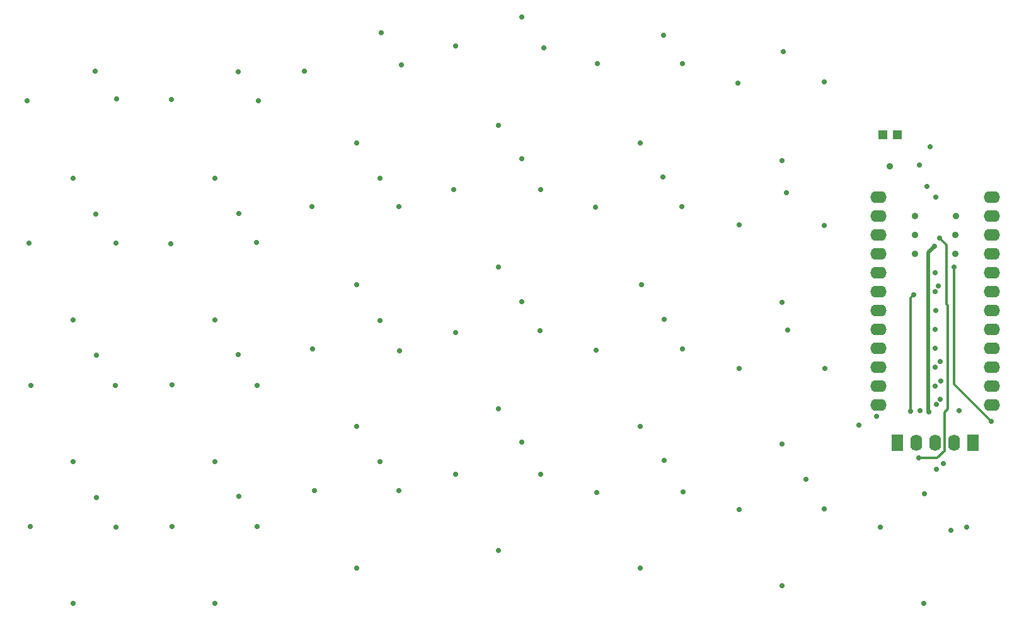
<source format=gbr>
G04 --- HEADER BEGIN --- *
G04 #@! TF.GenerationSoftware,LibrePCB,LibrePCB,0.1.7*
G04 #@! TF.CreationDate,2023-07-24T22:05:17*
G04 #@! TF.ProjectId,kbdkid3,8968376b-f35a-430f-8fb1-af8ab2fa8879,v1*
G04 #@! TF.Part,Single*
G04 #@! TF.SameCoordinates*
G04 #@! TF.FileFunction,Copper,L2,Inr*
G04 #@! TF.FilePolarity,Positive*
%FSLAX66Y66*%
%MOMM*%
G01*
G75*
G04 --- HEADER END --- *
G04 --- APERTURE LIST BEGIN --- *
G04 #@! TA.AperFunction,ComponentPad*
%ADD10O,1.2X1.3*%
%ADD11R,1.2X1.3*%
%ADD12O,1.587X2.19*%
%ADD13R,1.587X2.19*%
%ADD14O,2.19X1.587*%
G04 #@! TA.AperFunction,ViaPad*
%ADD15C,0.7*%
G04 #@! TA.AperFunction,Conductor*
%ADD16C,0.3*%
G04 #@! TA.AperFunction,ViaPad*
%ADD17C,0.9*%
G04 #@! TA.AperFunction,Conductor*
%ADD18C,0.5*%
G04 #@! TD*
G04 --- APERTURE LIST END --- *
G04 --- BOARD BEGIN --- *
D10*
G04 #@! TO.N,N103*
G04 #@! TO.C,J2*
G04 #@! TO.P,J2,2,2*
X119824375Y63986875D03*
D11*
G04 #@! TO.N,N99*
G04 #@! TO.P,J2,1,1*
X117824375Y63986875D03*
D10*
G04 #@! TO.N,N95*
G04 #@! TO.C,J1*
G04 #@! TO.P,J1,2,2*
X117824375Y63986875D03*
D11*
G04 #@! TO.N,N44*
G04 #@! TO.P,J1,1,1*
X119824375Y63986875D03*
D12*
G04 #@! TO.N,N94*
G04 #@! TO.C,DS2*
G04 #@! TO.P,DS2,VCC,VCC*
X124848750Y22542500D03*
G04 #@! TO.N,N98*
G04 #@! TO.P,DS2,GND,GND*
X122308750Y22542500D03*
G04 #@! TO.N,N91*
G04 #@! TO.P,DS2,CS,CS*
X119768750Y22542500D03*
G04 #@! TO.N,N90*
G04 #@! TO.P,DS2,SCK,SCK*
X127388750Y22542500D03*
D13*
G04 #@! TO.N,N97*
G04 #@! TO.P,DS2,MOSI,MOSI*
X129928750Y22542500D03*
D14*
G04 #@! TO.N,N71*
G04 #@! TO.C,U1*
G04 #@! TO.P,U1,031,D21/P031*
X117228750Y45402500D03*
G04 #@! TO.N,N68*
G04 #@! TO.P,U1,115,D18/P115*
X117228750Y37782500D03*
G04 #@! TO.N,N60*
G04 #@! TO.P,U1,020,D3/P020*
X132468750Y42862500D03*
G04 #@! TO.N,N/C*
G04 #@! TO.P,U1,100,D6/P100*
X132468750Y35242500D03*
G04 #@! TO.N,N62*
G04 #@! TO.P,U1,104,D8/P104*
X132468750Y30162500D03*
G04 #@! TO.N,N55*
G04 #@! TO.P,U1,VBAT,VBAT*
X117228750Y55562500D03*
G04 #@! TO.N,N65*
G04 #@! TO.P,U1,111,D14/P111*
X117228750Y32702500D03*
G04 #@! TO.N,N58*
G04 #@! TO.P,U1,006,D1/P006/TXD*
X132468750Y55562500D03*
G04 #@! TO.N,N/C*
G04 #@! TO.P,U1,008,D0/P008/RXD*
X132468750Y53022500D03*
G04 #@! TO.N,N73*
G04 #@! TO.P,U1,RESET,RESET*
X117228750Y50482500D03*
G04 #@! TO.N,N/C*
G04 #@! TO.P,U1,022,D4/P022*
X132468750Y40322500D03*
G04 #@! TO.N,N61*
G04 #@! TO.P,U1,011,D7/P011*
X132468750Y32702500D03*
G04 #@! TO.N,N67*
G04 #@! TO.P,U1,010,D16/P010*
X117228750Y30162500D03*
G04 #@! TO.N,N57*
G04 #@! TO.P,U1,GND_3,GND*
X132468750Y50482500D03*
G04 #@! TO.N,N/C*
G04 #@! TO.P,U1,024,D5/P024*
X132468750Y37782500D03*
G04 #@! TO.N,N59*
G04 #@! TO.P,U1,017,D2/P017*
X132468750Y45402500D03*
G04 #@! TO.N,N70*
G04 #@! TO.P,U1,029,D20/P029*
X117228750Y42862500D03*
G04 #@! TO.N,N69*
G04 #@! TO.P,U1,002,D19/P002*
X117228750Y40322500D03*
G04 #@! TO.N,N63*
G04 #@! TO.P,U1,106,D9/P106*
X132468750Y27622500D03*
G04 #@! TO.N,N74*
G04 #@! TO.P,U1,EXT_VCC,EXT_VCC*
X117228750Y47942500D03*
G04 #@! TO.N,N57*
G04 #@! TO.P,U1,GND_1,GND*
X117228750Y53022500D03*
G04 #@! TO.N,N64*
G04 #@! TO.P,U1,009,D10/P009*
X117228750Y27622500D03*
G04 #@! TO.N,N66*
G04 #@! TO.P,U1,113,D15/P113*
X117228750Y35242500D03*
G04 #@! TO.N,N57*
G04 #@! TO.P,U1,GND_2,GND*
X132468750Y47942500D03*
D12*
G04 #@! TO.N,N75*
G04 #@! TO.C,DS1*
G04 #@! TO.P,DS1,VCC,VCC*
X124848750Y22542500D03*
G04 #@! TO.N,N76*
G04 #@! TO.P,DS1,GND,GND*
X127388750Y22542500D03*
G04 #@! TO.N,N80*
G04 #@! TO.P,DS1,CS,CS*
X129928750Y22542500D03*
G04 #@! TO.N,N77*
G04 #@! TO.P,DS1,SCK,SCK*
X122308750Y22542500D03*
D13*
G04 #@! TO.N,N79*
G04 #@! TO.P,DS1,MOSI,MOSI*
X119768750Y22542500D03*
D14*
G04 #@! TO.N,N86*
G04 #@! TO.C,U2*
G04 #@! TO.P,U2,031,D21/P031*
X132468750Y45402500D03*
G04 #@! TO.N,N84*
G04 #@! TO.P,U2,115,D18/P115*
X132468750Y37782500D03*
G04 #@! TO.N,N101*
G04 #@! TO.P,U2,020,D3/P020*
X117228750Y42862500D03*
G04 #@! TO.N,N/C*
G04 #@! TO.P,U2,100,D6/P100*
X117228750Y35242500D03*
G04 #@! TO.N,N100*
G04 #@! TO.P,U2,104,D8/P104*
X117228750Y30162500D03*
G04 #@! TO.N,N78*
G04 #@! TO.P,U2,VBAT,VBAT*
X132468750Y55562500D03*
G04 #@! TO.N,N56*
G04 #@! TO.P,U2,111,D14/P111*
X132468750Y32702500D03*
G04 #@! TO.N,N102*
G04 #@! TO.P,U2,006,D1/P006/TXD*
X117228750Y55562500D03*
G04 #@! TO.N,N/C*
G04 #@! TO.P,U2,008,D0/P008/RXD*
X117228750Y53022500D03*
G04 #@! TO.N,N89*
G04 #@! TO.P,U2,RESET,RESET*
X132468750Y50482500D03*
G04 #@! TO.N,N/C*
G04 #@! TO.P,U2,022,D4/P022*
X117228750Y40322500D03*
G04 #@! TO.N,N43*
G04 #@! TO.P,U2,011,D7/P011*
X117228750Y32702500D03*
G04 #@! TO.N,N96*
G04 #@! TO.P,U2,010,D16/P010*
X132468750Y30162500D03*
G04 #@! TO.N,N81*
G04 #@! TO.P,U2,GND_3,GND*
X117228750Y50482500D03*
G04 #@! TO.N,N/C*
G04 #@! TO.P,U2,024,D5/P024*
X117228750Y37782500D03*
G04 #@! TO.N,N82*
G04 #@! TO.P,U2,017,D2/P017*
X117228750Y45402500D03*
G04 #@! TO.N,N85*
G04 #@! TO.P,U2,029,D20/P029*
X132468750Y42862500D03*
G04 #@! TO.N,N92*
G04 #@! TO.P,U2,002,D19/P002*
X132468750Y40322500D03*
G04 #@! TO.N,N88*
G04 #@! TO.P,U2,106,D9/P106*
X117228750Y27622500D03*
G04 #@! TO.N,N93*
G04 #@! TO.P,U2,EXT_VCC,EXT_VCC*
X132468750Y47942500D03*
G04 #@! TO.N,N81*
G04 #@! TO.P,U2,GND_1,GND*
X132468750Y53022500D03*
G04 #@! TO.N,N87*
G04 #@! TO.P,U2,009,D10/P009*
X132468750Y27622500D03*
G04 #@! TO.N,N83*
G04 #@! TO.P,U2,113,D15/P113*
X132468750Y35242500D03*
G04 #@! TO.N,N81*
G04 #@! TO.P,U2,GND_2,GND*
X117228750Y47942500D03*
D15*
G04 #@! TD.C*
G04 #@! TD.P*
G04 #@! TO.N,N29*
X91043125Y15954375D03*
G04 #@! TO.N,N52*
X14843125Y49450625D03*
G04 #@! TO.N,N30*
X110013750Y13652500D03*
G04 #@! TO.N,CS*
X124928125Y55562500D03*
X122705625Y20558125D03*
X125483750Y50085625D03*
D16*
X126118750Y26670000D02*
X126118750Y21510625D01*
X126118750Y21510625D02*
X125166250Y20558125D01*
X125166250Y20558125D02*
X122705625Y20558125D01*
X126595000Y41036875D02*
X126595000Y27146250D01*
X126436250Y41195625D02*
X126595000Y41036875D01*
X126436250Y49133125D02*
X126436250Y41195625D01*
X125483750Y50085625D02*
X126436250Y49133125D01*
X126595000Y27146250D02*
X126118750Y26670000D01*
D15*
G04 #@! TO.N,N50*
X52943125Y34925000D03*
G04 #@! TO.N,N72*
X122793125Y59928125D03*
X123737500Y57070625D03*
G04 #@! TO.N,N47*
X90884375Y35163125D03*
G04 #@! TO.N,N28*
X33655000Y49530000D03*
G04 #@! TO.N,N25*
X71755000Y37623750D03*
D17*
G04 #@! TO.N,GND*
X127547500Y50482500D03*
D15*
G04 #@! TO.N,C0*
X9048750Y39052500D03*
X9048750Y20002500D03*
X9048750Y58102500D03*
X9048750Y952500D03*
X124848750Y30162500D03*
D17*
G04 #@! TO.N,GND*
X122150000Y47942500D03*
D15*
X128103125Y26908125D03*
G04 #@! TO.N,N36*
X129143125Y11191875D03*
D17*
G04 #@! TO.N,GND*
X122150000Y50482500D03*
D15*
G04 #@! TO.N,N37*
X110093125Y32543750D03*
G04 #@! TO.N,N1*
X2857500Y68580000D03*
G04 #@! TO.N,MOSI*
X125086875Y19050000D03*
X127388750Y46196250D03*
X132389375Y25479375D03*
D16*
X127388750Y46196250D02*
X127388750Y30480000D01*
X132389375Y25479375D02*
X127388750Y30480000D01*
D17*
G04 #@! TO.N,GND*
X122150000Y53022500D03*
D15*
X122864375Y26908125D03*
X124221875Y62388750D03*
G04 #@! TO.N,N46*
X14843125Y11271250D03*
G04 #@! TO.N,N7*
X60166250Y56594375D03*
G04 #@! TO.N,C1*
X28098750Y39052500D03*
X28098750Y58102500D03*
X28098750Y952500D03*
X28098750Y20002500D03*
X124848750Y37782500D03*
G04 #@! TO.N,N21*
X98345625Y70881875D03*
G04 #@! TO.N,R2*
X105092500Y37703125D03*
X50323750Y38973125D03*
X88503125Y39211250D03*
X125563125Y28416250D03*
X69373750Y41513125D03*
X31194375Y34448750D03*
X116990625Y26114375D03*
X12144375Y34369375D03*
G04 #@! TO.N,N5*
X41116250Y54292500D03*
G04 #@! TO.N,N51*
X14922500Y68818125D03*
G04 #@! TO.N,N40*
X109934375Y51752500D03*
G04 #@! TO.N,N10*
X3413125Y30321250D03*
G04 #@! TO.N,N14*
X3333750Y11350625D03*
G04 #@! TO.N,N41*
X71913750Y18335625D03*
G04 #@! TO.N,N35*
X90805000Y54292500D03*
G04 #@! TO.N,N23*
X98504375Y13573125D03*
G04 #@! TO.N,N31*
X33734375Y30321250D03*
G04 #@! TO.N,N26*
X53181250Y73342500D03*
G04 #@! TO.N,SCK*
X125325000Y43656250D03*
X121594375Y26828750D03*
X125960000Y19764375D03*
X121991250Y42465625D03*
D16*
X121991250Y42465625D02*
X121594375Y42068750D01*
X121594375Y26828750D02*
X121594375Y42068750D01*
D15*
G04 #@! TO.N,N24*
X98504375Y32543750D03*
G04 #@! TO.N,N49*
X110013750Y71120000D03*
G04 #@! TO.N,C2*
X47148750Y5715000D03*
X47148750Y24765000D03*
X47148750Y62865000D03*
X47148750Y43815000D03*
X124848750Y32702500D03*
G04 #@! TO.N,N42*
X72310625Y75644375D03*
G04 #@! TO.N,C6*
X124848750Y45402500D03*
X127000000Y10795000D03*
X123348750Y952500D03*
G04 #@! TO.N,R1*
X31353125Y53419375D03*
X50244375Y58102500D03*
X104933750Y56197500D03*
X88265000Y58340625D03*
X12065000Y53340000D03*
X69373750Y60721875D03*
X125642500Y30876875D03*
G04 #@! TO.N,VCC*
X124055000Y26749375D03*
X124769375Y48974375D03*
D18*
X124769375Y48974375D02*
X123975625Y48180625D01*
X123975625Y28019375D02*
X123975625Y26828750D01*
X123975625Y48180625D02*
X123975625Y28019375D01*
X123975625Y26828750D02*
X124055000Y26749375D01*
D15*
G04 #@! TO.N,N12*
X22383750Y30400625D03*
G04 #@! TO.N,N48*
X33734375Y11350625D03*
G04 #@! TO.N,N4*
X60483750Y75882500D03*
G04 #@! TO.N,N2*
X22225000Y68738750D03*
G04 #@! TO.N,N16*
X22304375Y11350625D03*
G04 #@! TO.N,N27*
X117475000Y11191875D03*
G04 #@! TO.N,N11*
X60404375Y37385625D03*
G04 #@! TO.N,C4*
X85248750Y24765000D03*
X85248750Y5715000D03*
X85407500Y43815000D03*
X85248750Y62865000D03*
X124928125Y40322500D03*
G04 #@! TO.N,N45*
X71913750Y56594375D03*
G04 #@! TO.N,N19*
X79375000Y15875000D03*
G04 #@! TO.N,N22*
X98583750Y51911250D03*
D17*
G04 #@! TO.N,GND*
X118745000Y59769375D03*
D15*
G04 #@! TO.N,N32*
X90884375Y73580625D03*
G04 #@! TO.N,N33*
X52784375Y16113125D03*
G04 #@! TO.N,N53*
X14763750Y30321250D03*
D17*
G04 #@! TO.N,GND*
X127706250Y53022500D03*
D15*
G04 #@! TO.N,N13*
X41513125Y16113125D03*
G04 #@! TO.N,R0*
X50482500Y77708125D03*
X104457500Y75168125D03*
X125563125Y33496250D03*
X31194375Y72469375D03*
X69294375Y79771875D03*
X11985625Y72548750D03*
X88423750Y77390625D03*
G04 #@! TO.N,N6*
X3095625Y49450625D03*
G04 #@! TO.N,N15*
X60483750Y18335625D03*
G04 #@! TO.N,N17*
X79533750Y73580625D03*
G04 #@! TO.N,N3*
X40163750Y72548750D03*
G04 #@! TO.N,N9*
X41195625Y35163125D03*
G04 #@! TO.N,R3*
X125007500Y27701875D03*
X31353125Y15398750D03*
X123428125Y15716250D03*
X88503125Y20240625D03*
X107553125Y17700625D03*
X114617500Y24923750D03*
X12223750Y15240000D03*
X69373750Y22701250D03*
X50244375Y20002500D03*
G04 #@! TO.N,N8*
X22145625Y49371250D03*
G04 #@! TO.N,N39*
X52863750Y54292500D03*
G04 #@! TO.N,C5*
X124848750Y42862500D03*
X104298750Y41433750D03*
X104298750Y3333750D03*
X104298750Y22383750D03*
X104298750Y60483750D03*
G04 #@! TO.N,N20*
X79295625Y35004375D03*
D17*
G04 #@! TO.N,GND*
X127547500Y47942500D03*
D15*
G04 #@! TO.N,N38*
X33972500Y68580000D03*
G04 #@! TO.N,N18*
X79216250Y54213125D03*
G04 #@! TO.N,C3*
X66198750Y65246250D03*
X124848750Y35242500D03*
X66198750Y8096250D03*
X66198750Y27146250D03*
X66198750Y46196250D03*
G04 --- BOARD END --- *
G04 #@! TF.MD5,33a7440e45ec71bba188aa7e49e40caa*
M02*

</source>
